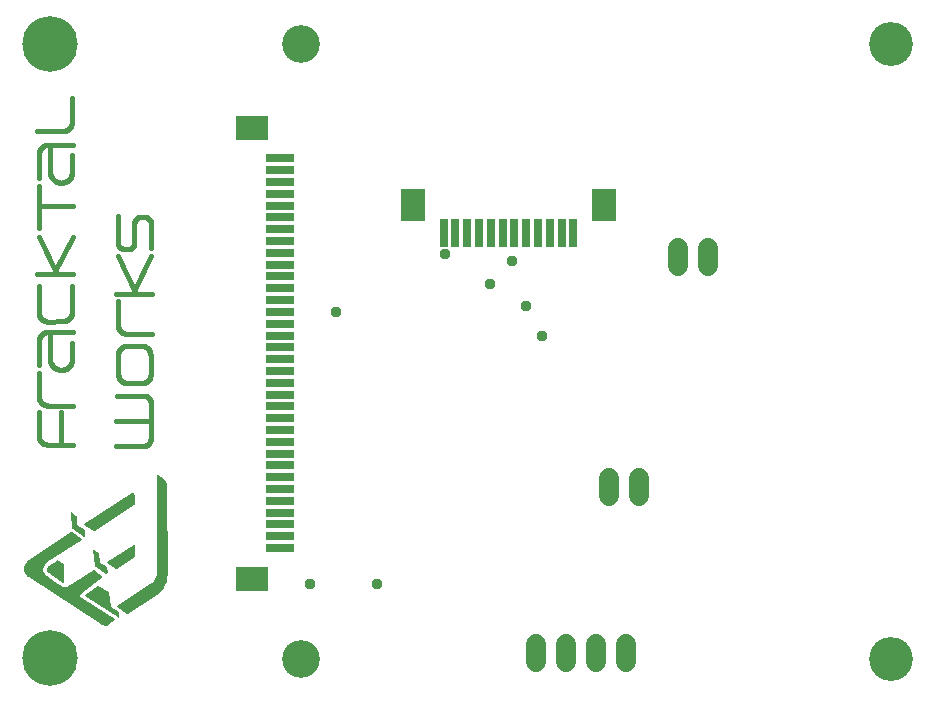
<source format=gbr>
G04 EAGLE Gerber RS-274X export*
G75*
%MOMM*%
%FSLAX34Y34*%
%LPD*%
%INSoldermask Top*%
%IPPOS*%
%AMOC8*
5,1,8,0,0,1.08239X$1,22.5*%
G01*
%ADD10C,4.703294*%
%ADD11C,3.712694*%
%ADD12C,3.203194*%
%ADD13R,2.403200X0.803200*%
%ADD14R,2.803200X2.003200*%
%ADD15C,0.406400*%
%ADD16C,1.727200*%
%ADD17R,0.803200X2.403200*%
%ADD18R,2.003200X2.803200*%
%ADD19C,0.959600*%

G36*
X209193Y167843D02*
X209193Y167843D01*
X209226Y167854D01*
X209277Y167859D01*
X210411Y168208D01*
X210441Y168225D01*
X210490Y168242D01*
X211518Y168835D01*
X211532Y168847D01*
X211554Y168858D01*
X216380Y172414D01*
X216402Y172440D01*
X216430Y172459D01*
X216457Y172505D01*
X216492Y172546D01*
X216500Y172579D01*
X216518Y172609D01*
X216521Y172662D01*
X216534Y172714D01*
X216527Y172747D01*
X216529Y172782D01*
X216509Y172831D01*
X216498Y172883D01*
X216476Y172910D01*
X216463Y172942D01*
X216414Y172988D01*
X216389Y173019D01*
X216374Y173026D01*
X216358Y173041D01*
X187930Y191062D01*
X187465Y191449D01*
X187124Y191921D01*
X186910Y192462D01*
X186838Y193040D01*
X186910Y193618D01*
X187124Y194159D01*
X187465Y194631D01*
X187941Y195027D01*
X206474Y208736D01*
X206490Y208755D01*
X206510Y208767D01*
X206545Y208820D01*
X206586Y208868D01*
X206592Y208892D01*
X206605Y208912D01*
X206613Y208975D01*
X206628Y209036D01*
X206623Y209060D01*
X206626Y209084D01*
X206605Y209144D01*
X206591Y209206D01*
X206576Y209225D01*
X206568Y209247D01*
X206505Y209313D01*
X206483Y209341D01*
X206475Y209345D01*
X206468Y209352D01*
X198594Y214940D01*
X198535Y214964D01*
X198480Y214995D01*
X198456Y214997D01*
X198434Y215006D01*
X198370Y215001D01*
X198307Y215004D01*
X198282Y214995D01*
X198261Y214993D01*
X198228Y214974D01*
X198172Y214952D01*
X175571Y200731D01*
X175011Y200406D01*
X174428Y200225D01*
X173818Y200178D01*
X173214Y200268D01*
X172632Y200495D01*
X165363Y204738D01*
X158483Y209592D01*
X157467Y210543D01*
X156656Y211662D01*
X156072Y212915D01*
X155736Y214255D01*
X155661Y215635D01*
X155848Y217004D01*
X156292Y218312D01*
X156976Y219513D01*
X157876Y220562D01*
X158973Y221433D01*
X187913Y240219D01*
X187939Y240246D01*
X187971Y240265D01*
X187998Y240308D01*
X188033Y240344D01*
X188044Y240380D01*
X188064Y240411D01*
X188070Y240461D01*
X188085Y240509D01*
X188079Y240546D01*
X188084Y240583D01*
X188066Y240631D01*
X188059Y240680D01*
X188037Y240711D01*
X188024Y240746D01*
X187981Y240791D01*
X187959Y240822D01*
X187941Y240832D01*
X187923Y240850D01*
X179541Y246692D01*
X179480Y246716D01*
X179422Y246747D01*
X179400Y246748D01*
X179380Y246756D01*
X179315Y246751D01*
X179249Y246753D01*
X179226Y246744D01*
X179208Y246742D01*
X179175Y246722D01*
X179115Y246697D01*
X143301Y223075D01*
X143294Y223069D01*
X143284Y223064D01*
X141966Y222091D01*
X141945Y222067D01*
X141909Y222039D01*
X140814Y220820D01*
X140799Y220792D01*
X140768Y220758D01*
X139943Y219342D01*
X139934Y219311D01*
X139911Y219272D01*
X139390Y217719D01*
X139387Y217687D01*
X139372Y217643D01*
X139176Y216017D01*
X139179Y215985D01*
X139174Y215939D01*
X139311Y214307D01*
X139321Y214276D01*
X139325Y214231D01*
X139789Y212659D01*
X139805Y212631D01*
X139818Y212588D01*
X140590Y211142D01*
X140612Y211118D01*
X140634Y211078D01*
X141682Y209819D01*
X141708Y209800D01*
X141737Y209765D01*
X143019Y208745D01*
X143034Y208737D01*
X143050Y208722D01*
X204514Y169101D01*
X205489Y168434D01*
X205521Y168422D01*
X205564Y168394D01*
X206669Y167959D01*
X206703Y167954D01*
X206751Y167937D01*
X207924Y167759D01*
X207959Y167762D01*
X208010Y167756D01*
X209193Y167843D01*
G37*
G36*
X226833Y177683D02*
X226833Y177683D01*
X226897Y177681D01*
X226922Y177692D01*
X226943Y177694D01*
X226975Y177713D01*
X227031Y177736D01*
X251415Y193738D01*
X251420Y193744D01*
X251430Y193748D01*
X253706Y195403D01*
X253721Y195421D01*
X253748Y195439D01*
X255760Y197406D01*
X255773Y197426D01*
X255797Y197447D01*
X255910Y197596D01*
X255911Y197596D01*
X255911Y197597D01*
X256200Y197977D01*
X256490Y198357D01*
X256780Y198737D01*
X257070Y199117D01*
X257070Y199118D01*
X257360Y199498D01*
X257502Y199685D01*
X257512Y199707D01*
X257532Y199731D01*
X258896Y202193D01*
X258902Y202216D01*
X258919Y202243D01*
X259911Y204876D01*
X259914Y204900D01*
X259927Y204929D01*
X260527Y207678D01*
X260526Y207702D01*
X260534Y207733D01*
X260729Y210540D01*
X260727Y210552D01*
X260730Y210567D01*
X260476Y285497D01*
X260476Y285498D01*
X260476Y285499D01*
X260466Y286858D01*
X260458Y286892D01*
X260456Y286941D01*
X260151Y288266D01*
X260136Y288296D01*
X260123Y288345D01*
X259537Y289571D01*
X259515Y289598D01*
X259493Y289642D01*
X258653Y290711D01*
X258627Y290733D01*
X258595Y290771D01*
X257543Y291632D01*
X257526Y291640D01*
X257509Y291657D01*
X252429Y294959D01*
X252361Y294983D01*
X252294Y295013D01*
X252280Y295013D01*
X252266Y295018D01*
X252194Y295009D01*
X252121Y295007D01*
X252109Y295000D01*
X252094Y294998D01*
X252033Y294959D01*
X251969Y294924D01*
X251961Y294912D01*
X251949Y294904D01*
X251911Y294842D01*
X251869Y294782D01*
X251866Y294767D01*
X251860Y294755D01*
X251857Y294717D01*
X251842Y294640D01*
X251842Y212873D01*
X251615Y210873D01*
X251075Y208941D01*
X250237Y207120D01*
X249120Y205455D01*
X247753Y203988D01*
X246158Y202747D01*
X217977Y184214D01*
X217950Y184186D01*
X217917Y184165D01*
X217892Y184124D01*
X217858Y184088D01*
X217846Y184051D01*
X217826Y184018D01*
X217821Y183969D01*
X217807Y183922D01*
X217813Y183884D01*
X217809Y183846D01*
X217827Y183800D01*
X217834Y183751D01*
X217857Y183720D01*
X217871Y183684D01*
X217913Y183641D01*
X217935Y183610D01*
X217954Y183600D01*
X217973Y183581D01*
X226609Y177739D01*
X226668Y177717D01*
X226723Y177687D01*
X226748Y177686D01*
X226771Y177677D01*
X226833Y177683D01*
G37*
G36*
X198899Y247533D02*
X198899Y247533D01*
X198957Y247531D01*
X198988Y247544D01*
X199013Y247547D01*
X199043Y247566D01*
X199091Y247587D01*
X232619Y269685D01*
X232638Y269705D01*
X232663Y269718D01*
X232697Y269767D01*
X232738Y269810D01*
X232747Y269837D01*
X232763Y269860D01*
X232778Y269939D01*
X232789Y269976D01*
X232787Y269988D01*
X232790Y270002D01*
X232790Y278638D01*
X232782Y278673D01*
X232779Y278729D01*
X232698Y279060D01*
X232683Y279088D01*
X232645Y279180D01*
X232456Y279463D01*
X232432Y279485D01*
X232366Y279558D01*
X232092Y279760D01*
X232062Y279773D01*
X231975Y279819D01*
X231648Y279916D01*
X231616Y279918D01*
X231518Y279932D01*
X231178Y279913D01*
X231147Y279904D01*
X231051Y279883D01*
X230737Y279750D01*
X230715Y279733D01*
X230679Y279719D01*
X190293Y253557D01*
X190262Y253524D01*
X190224Y253500D01*
X190203Y253463D01*
X190173Y253432D01*
X190159Y253389D01*
X190137Y253350D01*
X190134Y253308D01*
X190121Y253267D01*
X190128Y253222D01*
X190125Y253177D01*
X190141Y253138D01*
X190147Y253096D01*
X190173Y253059D01*
X190191Y253017D01*
X190227Y252982D01*
X190232Y252975D01*
X190233Y252975D01*
X190247Y252954D01*
X190270Y252942D01*
X190296Y252917D01*
X198678Y247583D01*
X198733Y247564D01*
X198784Y247537D01*
X198814Y247536D01*
X198841Y247526D01*
X198899Y247533D01*
G37*
G36*
X219185Y174639D02*
X219185Y174639D01*
X219206Y174639D01*
X219291Y174674D01*
X219379Y174703D01*
X219395Y174716D01*
X219413Y174724D01*
X219482Y174786D01*
X219554Y174844D01*
X219564Y174861D01*
X219579Y174875D01*
X219621Y174957D01*
X219669Y175037D01*
X219672Y175057D01*
X219682Y175075D01*
X219707Y175247D01*
X219709Y175258D01*
X219709Y175259D01*
X219709Y175260D01*
X219709Y178943D01*
X219709Y178945D01*
X219709Y178947D01*
X219689Y179056D01*
X219670Y179164D01*
X219669Y179166D01*
X219668Y179167D01*
X219612Y179261D01*
X219555Y179357D01*
X219554Y179358D01*
X219553Y179360D01*
X219410Y179481D01*
X212937Y183512D01*
X211450Y195910D01*
X211426Y195988D01*
X211409Y196068D01*
X211393Y196094D01*
X211384Y196124D01*
X211334Y196189D01*
X211291Y196259D01*
X211264Y196281D01*
X211248Y196302D01*
X211207Y196328D01*
X211146Y196378D01*
X202256Y201712D01*
X202203Y201732D01*
X202155Y201761D01*
X202099Y201771D01*
X202047Y201791D01*
X201990Y201792D01*
X201934Y201802D01*
X201879Y201793D01*
X201822Y201793D01*
X201769Y201774D01*
X201713Y201764D01*
X201654Y201732D01*
X201611Y201716D01*
X201587Y201695D01*
X201549Y201675D01*
X190754Y193547D01*
X190708Y193498D01*
X190656Y193456D01*
X190632Y193416D01*
X190601Y193382D01*
X190576Y193321D01*
X190541Y193263D01*
X190533Y193218D01*
X190515Y193175D01*
X190513Y193108D01*
X190501Y193042D01*
X190509Y192997D01*
X190507Y192951D01*
X190528Y192887D01*
X190540Y192821D01*
X190563Y192781D01*
X190578Y192738D01*
X190619Y192685D01*
X190653Y192628D01*
X190694Y192593D01*
X190718Y192562D01*
X190752Y192542D01*
X190795Y192505D01*
X218735Y174725D01*
X218753Y174717D01*
X218769Y174705D01*
X218856Y174675D01*
X218942Y174640D01*
X218962Y174639D01*
X218981Y174633D01*
X219074Y174635D01*
X219166Y174632D01*
X219185Y174639D01*
G37*
G36*
X217440Y215783D02*
X217440Y215783D01*
X217498Y215781D01*
X217529Y215793D01*
X217553Y215796D01*
X217583Y215816D01*
X217633Y215836D01*
X233127Y225996D01*
X233146Y226017D01*
X233171Y226030D01*
X233205Y226079D01*
X233246Y226122D01*
X233254Y226149D01*
X233271Y226172D01*
X233286Y226250D01*
X233297Y226287D01*
X233295Y226299D01*
X233298Y226314D01*
X233298Y235712D01*
X233283Y235779D01*
X233273Y235847D01*
X233263Y235862D01*
X233259Y235881D01*
X233215Y235934D01*
X233177Y235991D01*
X233160Y236000D01*
X233149Y236014D01*
X233086Y236043D01*
X233026Y236077D01*
X233008Y236078D01*
X232990Y236085D01*
X232922Y236083D01*
X232853Y236087D01*
X232834Y236079D01*
X232817Y236079D01*
X232783Y236060D01*
X232718Y236035D01*
X209350Y221557D01*
X209316Y221523D01*
X209276Y221497D01*
X209255Y221463D01*
X209227Y221435D01*
X209212Y221389D01*
X209187Y221348D01*
X209184Y221308D01*
X209172Y221271D01*
X209178Y221223D01*
X209174Y221175D01*
X209189Y221138D01*
X209195Y221099D01*
X209221Y221059D01*
X209239Y221015D01*
X209273Y220982D01*
X209291Y220955D01*
X209316Y220941D01*
X209344Y220914D01*
X217218Y215834D01*
X217273Y215815D01*
X217325Y215787D01*
X217354Y215786D01*
X217381Y215776D01*
X217440Y215783D01*
G37*
G36*
X172431Y203975D02*
X172431Y203975D01*
X172464Y203975D01*
X172538Y204005D01*
X172615Y204026D01*
X172642Y204046D01*
X172673Y204058D01*
X172732Y204111D01*
X172797Y204158D01*
X172815Y204186D01*
X172840Y204208D01*
X172877Y204278D01*
X172921Y204345D01*
X172929Y204377D01*
X172944Y204406D01*
X172961Y204517D01*
X172972Y204563D01*
X172971Y204576D01*
X172973Y204592D01*
X173100Y219197D01*
X173099Y219204D01*
X173100Y219212D01*
X173088Y219276D01*
X173087Y219315D01*
X173075Y219343D01*
X173062Y219418D01*
X173059Y219424D01*
X173057Y219432D01*
X173004Y219519D01*
X173002Y219523D01*
X173000Y219526D01*
X172950Y219612D01*
X172944Y219617D01*
X172940Y219623D01*
X172796Y219744D01*
X167589Y222919D01*
X167546Y222935D01*
X167507Y222961D01*
X167442Y222976D01*
X167380Y223000D01*
X167333Y223000D01*
X167288Y223011D01*
X167222Y223002D01*
X167156Y223003D01*
X167112Y222987D01*
X167066Y222981D01*
X166991Y222944D01*
X166944Y222928D01*
X166926Y222912D01*
X166897Y222898D01*
X160674Y218580D01*
X160651Y218557D01*
X160614Y218533D01*
X160017Y218002D01*
X159987Y217962D01*
X159916Y217887D01*
X159463Y217229D01*
X159443Y217183D01*
X159393Y217094D01*
X159110Y216346D01*
X159101Y216297D01*
X159074Y216198D01*
X158978Y215405D01*
X158980Y215355D01*
X158978Y215252D01*
X159074Y214459D01*
X159088Y214411D01*
X159110Y214311D01*
X159393Y213563D01*
X159418Y213520D01*
X159463Y213428D01*
X159916Y212770D01*
X159952Y212734D01*
X160017Y212655D01*
X160614Y212124D01*
X160640Y212108D01*
X160670Y212080D01*
X171973Y204079D01*
X172002Y204065D01*
X172028Y204044D01*
X172103Y204018D01*
X172176Y203984D01*
X172209Y203981D01*
X172240Y203971D01*
X172320Y203972D01*
X172399Y203966D01*
X172431Y203975D01*
G37*
G36*
X190602Y242713D02*
X190602Y242713D01*
X190647Y242715D01*
X190710Y242742D01*
X190775Y242761D01*
X190812Y242787D01*
X190853Y242805D01*
X190902Y242852D01*
X190957Y242892D01*
X190982Y242930D01*
X191014Y242961D01*
X191044Y243022D01*
X191082Y243079D01*
X191092Y243123D01*
X191111Y243163D01*
X191122Y243249D01*
X191133Y243297D01*
X191131Y243320D01*
X191134Y243349D01*
X191007Y248048D01*
X190992Y248122D01*
X190985Y248198D01*
X190969Y248231D01*
X190961Y248268D01*
X190921Y248332D01*
X190889Y248400D01*
X190859Y248431D01*
X190842Y248458D01*
X190806Y248486D01*
X190758Y248535D01*
X184499Y253321D01*
X183765Y260541D01*
X183757Y260568D01*
X183757Y260587D01*
X183746Y260613D01*
X183740Y260663D01*
X183717Y260708D01*
X183703Y260757D01*
X183666Y260807D01*
X183637Y260863D01*
X183595Y260904D01*
X183570Y260938D01*
X183539Y260958D01*
X183503Y260993D01*
X179947Y263533D01*
X179885Y263562D01*
X179828Y263600D01*
X179784Y263610D01*
X179744Y263629D01*
X179676Y263635D01*
X179609Y263650D01*
X179565Y263645D01*
X179520Y263649D01*
X179455Y263631D01*
X179387Y263622D01*
X179347Y263601D01*
X179304Y263589D01*
X179249Y263549D01*
X179188Y263517D01*
X179158Y263484D01*
X179122Y263458D01*
X179084Y263401D01*
X179038Y263350D01*
X179022Y263309D01*
X178997Y263272D01*
X178981Y263205D01*
X178956Y263142D01*
X178954Y263090D01*
X178945Y263053D01*
X178950Y263013D01*
X178947Y262955D01*
X180217Y250128D01*
X180234Y250066D01*
X180242Y250002D01*
X180265Y249959D01*
X180278Y249912D01*
X180316Y249860D01*
X180346Y249803D01*
X180387Y249763D01*
X180411Y249731D01*
X180443Y249710D01*
X180481Y249673D01*
X190133Y242815D01*
X190173Y242796D01*
X190209Y242769D01*
X190274Y242748D01*
X190336Y242719D01*
X190380Y242716D01*
X190423Y242702D01*
X190491Y242706D01*
X190559Y242701D01*
X190602Y242713D01*
G37*
G36*
X209334Y211463D02*
X209334Y211463D01*
X209374Y211461D01*
X209443Y211482D01*
X209515Y211495D01*
X209550Y211515D01*
X209588Y211527D01*
X209646Y211572D01*
X209709Y211608D01*
X209734Y211639D01*
X209766Y211664D01*
X209805Y211726D01*
X209850Y211782D01*
X209863Y211820D01*
X209885Y211854D01*
X209900Y211926D01*
X209923Y211994D01*
X209923Y212040D01*
X209930Y212074D01*
X209923Y212118D01*
X209924Y212182D01*
X209162Y217389D01*
X209141Y217450D01*
X209130Y217513D01*
X209106Y217555D01*
X209090Y217602D01*
X209050Y217651D01*
X209018Y217707D01*
X208975Y217745D01*
X208949Y217776D01*
X208917Y217796D01*
X208877Y217831D01*
X203793Y221099D01*
X202814Y229058D01*
X202794Y229122D01*
X202784Y229187D01*
X202761Y229228D01*
X202747Y229273D01*
X202707Y229325D01*
X202675Y229383D01*
X202634Y229420D01*
X202610Y229451D01*
X202577Y229472D01*
X202536Y229509D01*
X198726Y232049D01*
X198663Y232076D01*
X198604Y232112D01*
X198561Y232121D01*
X198520Y232138D01*
X198451Y232142D01*
X198384Y232155D01*
X198340Y232148D01*
X198296Y232150D01*
X198230Y232130D01*
X198163Y232119D01*
X198124Y232097D01*
X198082Y232084D01*
X198027Y232042D01*
X197968Y232008D01*
X197939Y231974D01*
X197904Y231947D01*
X197868Y231889D01*
X197824Y231836D01*
X197809Y231794D01*
X197785Y231757D01*
X197771Y231689D01*
X197748Y231625D01*
X197747Y231574D01*
X197740Y231537D01*
X197746Y231496D01*
X197745Y231437D01*
X199523Y218102D01*
X199543Y218042D01*
X199552Y217980D01*
X199577Y217936D01*
X199592Y217889D01*
X199631Y217839D01*
X199661Y217784D01*
X199705Y217745D01*
X199730Y217712D01*
X199762Y217693D01*
X199800Y217658D01*
X208944Y211562D01*
X209011Y211533D01*
X209073Y211496D01*
X209113Y211489D01*
X209150Y211473D01*
X209222Y211469D01*
X209294Y211456D01*
X209334Y211463D01*
G37*
D10*
X161290Y659892D03*
X161290Y139954D03*
D11*
X873633Y139827D03*
X873506Y659943D03*
D12*
X373634Y659892D03*
X373634Y139827D03*
D13*
X356280Y523400D03*
X356280Y533400D03*
X356280Y513400D03*
X356280Y543400D03*
D14*
X332280Y207400D03*
X332280Y589400D03*
D13*
X356280Y553400D03*
X356280Y563400D03*
X356280Y503400D03*
X356280Y493400D03*
X356280Y483400D03*
X356280Y473400D03*
X356280Y463400D03*
X356280Y453400D03*
X356280Y443400D03*
X356280Y433400D03*
X356280Y423400D03*
X356280Y413400D03*
X356280Y403400D03*
X356280Y393400D03*
X356280Y383400D03*
X356280Y373400D03*
X356280Y363400D03*
X356280Y353400D03*
X356280Y343400D03*
X356280Y333400D03*
X356280Y323400D03*
X356280Y313400D03*
X356280Y303400D03*
X356280Y293400D03*
X356280Y283400D03*
X356280Y273400D03*
X356280Y263400D03*
X356280Y253400D03*
X356280Y243400D03*
X356280Y233400D03*
D15*
X151638Y329438D02*
X151892Y348996D01*
X151638Y329438D02*
X151638Y328676D01*
X151640Y328492D01*
X151647Y328308D01*
X151658Y328124D01*
X151674Y327941D01*
X151694Y327758D01*
X151718Y327575D01*
X151747Y327393D01*
X151780Y327212D01*
X151818Y327032D01*
X151859Y326852D01*
X151906Y326674D01*
X151956Y326497D01*
X152011Y326321D01*
X152070Y326147D01*
X152133Y325974D01*
X152201Y325803D01*
X152272Y325633D01*
X152348Y325465D01*
X152427Y325299D01*
X152511Y325135D01*
X152598Y324973D01*
X152690Y324813D01*
X152785Y324655D01*
X152884Y324500D01*
X152987Y324347D01*
X153093Y324197D01*
X153203Y324049D01*
X153317Y323904D01*
X153434Y323762D01*
X153554Y323623D01*
X153678Y323487D01*
X153805Y323353D01*
X153935Y323223D01*
X154069Y323096D01*
X154205Y322972D01*
X154344Y322852D01*
X154486Y322735D01*
X154631Y322621D01*
X154779Y322511D01*
X154929Y322405D01*
X155082Y322302D01*
X155237Y322203D01*
X155395Y322108D01*
X155555Y322016D01*
X155717Y321929D01*
X155881Y321845D01*
X156047Y321766D01*
X156215Y321690D01*
X156385Y321619D01*
X156556Y321551D01*
X156729Y321488D01*
X156903Y321429D01*
X157079Y321374D01*
X157256Y321324D01*
X157434Y321277D01*
X157614Y321236D01*
X157794Y321198D01*
X157975Y321165D01*
X158157Y321136D01*
X158340Y321112D01*
X158523Y321092D01*
X158706Y321076D01*
X158890Y321065D01*
X159074Y321058D01*
X159258Y321056D01*
X180594Y321056D01*
X170180Y323342D02*
X170180Y348996D01*
X151638Y362204D02*
X151638Y381762D01*
X151638Y362204D02*
X151640Y362007D01*
X151648Y361809D01*
X151660Y361613D01*
X151676Y361416D01*
X151698Y361220D01*
X151724Y361024D01*
X151755Y360829D01*
X151791Y360635D01*
X151831Y360442D01*
X151876Y360250D01*
X151926Y360059D01*
X151980Y359869D01*
X152039Y359681D01*
X152103Y359494D01*
X152171Y359309D01*
X152243Y359125D01*
X152320Y358944D01*
X152401Y358764D01*
X152487Y358586D01*
X152577Y358410D01*
X152671Y358237D01*
X152770Y358066D01*
X152872Y357897D01*
X152979Y357731D01*
X153089Y357568D01*
X153204Y357407D01*
X153322Y357249D01*
X153444Y357094D01*
X153570Y356942D01*
X153699Y356793D01*
X153832Y356648D01*
X153969Y356505D01*
X154109Y356366D01*
X154252Y356230D01*
X154399Y356098D01*
X154549Y355970D01*
X154701Y355845D01*
X154857Y355724D01*
X155016Y355606D01*
X155177Y355493D01*
X155341Y355384D01*
X155508Y355278D01*
X155678Y355177D01*
X155849Y355080D01*
X156023Y354987D01*
X156200Y354898D01*
X156378Y354813D01*
X156558Y354733D01*
X156740Y354657D01*
X156924Y354586D01*
X157110Y354519D01*
X157297Y354457D01*
X157486Y354399D01*
X157676Y354346D01*
X157867Y354298D01*
X158060Y354254D01*
X158253Y354215D01*
X158447Y354180D01*
X158643Y354151D01*
X158838Y354126D01*
X159035Y354105D01*
X159231Y354090D01*
X159428Y354079D01*
X159626Y354073D01*
X159823Y354072D01*
X160020Y354076D01*
X180594Y353822D01*
X151892Y388112D02*
X151892Y408432D01*
X151894Y408631D01*
X151902Y408829D01*
X151914Y409027D01*
X151931Y409225D01*
X151953Y409423D01*
X151979Y409620D01*
X152011Y409816D01*
X152047Y410011D01*
X152088Y410206D01*
X152133Y410399D01*
X152184Y410591D01*
X152239Y410782D01*
X152299Y410971D01*
X152363Y411159D01*
X152432Y411346D01*
X152505Y411530D01*
X152583Y411713D01*
X152666Y411894D01*
X152752Y412072D01*
X152843Y412249D01*
X152939Y412423D01*
X153038Y412595D01*
X153142Y412765D01*
X153250Y412931D01*
X153362Y413095D01*
X153478Y413257D01*
X153598Y413415D01*
X153721Y413571D01*
X153849Y413723D01*
X153980Y413872D01*
X154115Y414018D01*
X154253Y414161D01*
X154394Y414300D01*
X154540Y414436D01*
X154688Y414568D01*
X154839Y414697D01*
X154994Y414822D01*
X155151Y414943D01*
X155312Y415060D01*
X155475Y415173D01*
X155641Y415282D01*
X155810Y415387D01*
X155981Y415488D01*
X156155Y415584D01*
X156330Y415677D01*
X156509Y415765D01*
X156689Y415849D01*
X156871Y415928D01*
X157055Y416003D01*
X157241Y416073D01*
X157428Y416139D01*
X157617Y416200D01*
X157808Y416256D01*
X157999Y416308D01*
X158192Y416355D01*
X158387Y416397D01*
X158582Y416435D01*
X158777Y416468D01*
X158974Y416496D01*
X159171Y416519D01*
X159369Y416538D01*
X159567Y416551D01*
X159766Y416560D01*
X180848Y416306D01*
X179832Y407416D02*
X179832Y393192D01*
X179829Y392977D01*
X179822Y392761D01*
X179809Y392546D01*
X179790Y392331D01*
X179767Y392117D01*
X179738Y391904D01*
X179704Y391691D01*
X179665Y391479D01*
X179621Y391268D01*
X179572Y391058D01*
X179518Y390850D01*
X179459Y390643D01*
X179395Y390437D01*
X179325Y390233D01*
X179251Y390031D01*
X179172Y389830D01*
X179088Y389632D01*
X179000Y389435D01*
X178906Y389241D01*
X178808Y389049D01*
X178706Y388860D01*
X178598Y388673D01*
X178487Y388489D01*
X178370Y388307D01*
X178250Y388129D01*
X178125Y387953D01*
X177996Y387780D01*
X177863Y387611D01*
X177726Y387445D01*
X177585Y387282D01*
X177439Y387123D01*
X177290Y386967D01*
X177138Y386815D01*
X176982Y386667D01*
X176822Y386522D01*
X176658Y386382D01*
X176492Y386245D01*
X176322Y386113D01*
X176149Y385984D01*
X175973Y385860D01*
X175794Y385740D01*
X175612Y385625D01*
X175427Y385514D01*
X175240Y385407D01*
X175050Y385306D01*
X174857Y385208D01*
X174663Y385116D01*
X174466Y385028D01*
X174267Y384945D01*
X174067Y384866D01*
X173864Y384793D01*
X173660Y384725D01*
X173454Y384661D01*
X173246Y384603D01*
X173038Y384549D01*
X172828Y384501D01*
X172617Y384458D01*
X172405Y384420D01*
X172192Y384387D01*
X171978Y384359D01*
X171764Y384336D01*
X171549Y384319D01*
X171334Y384307D01*
X171118Y384300D01*
X170903Y384298D01*
X170688Y384302D01*
X170443Y384312D01*
X170199Y384328D01*
X169956Y384349D01*
X169713Y384377D01*
X169471Y384411D01*
X169230Y384450D01*
X168989Y384496D01*
X168750Y384547D01*
X168513Y384604D01*
X168276Y384667D01*
X168042Y384735D01*
X167809Y384809D01*
X167578Y384889D01*
X167349Y384975D01*
X167122Y385066D01*
X166897Y385162D01*
X166675Y385264D01*
X166456Y385372D01*
X166239Y385484D01*
X166025Y385602D01*
X165813Y385726D01*
X165605Y385854D01*
X165400Y385987D01*
X165199Y386125D01*
X165001Y386268D01*
X164806Y386416D01*
X164615Y386569D01*
X164428Y386726D01*
X164245Y386888D01*
X164065Y387054D01*
X163890Y387225D01*
X163719Y387399D01*
X163552Y387578D01*
X163390Y387761D01*
X163232Y387948D01*
X163079Y388138D01*
X162931Y388332D01*
X162787Y388530D01*
X162648Y388731D01*
X162514Y388936D01*
X162385Y389144D01*
X162262Y389354D01*
X162143Y389568D01*
X162030Y389785D01*
X161922Y390004D01*
X161819Y390226D01*
X161722Y390450D01*
X161630Y390677D01*
X161544Y390906D01*
X161544Y414528D01*
X151638Y433070D02*
X151638Y455422D01*
X151638Y433070D02*
X151640Y432877D01*
X151647Y432683D01*
X151659Y432490D01*
X151676Y432298D01*
X151697Y432105D01*
X151723Y431914D01*
X151754Y431723D01*
X151789Y431533D01*
X151829Y431343D01*
X151873Y431155D01*
X151922Y430968D01*
X151976Y430782D01*
X152034Y430598D01*
X152097Y430415D01*
X152164Y430234D01*
X152236Y430054D01*
X152312Y429876D01*
X152392Y429700D01*
X152476Y429526D01*
X152565Y429354D01*
X152658Y429185D01*
X152755Y429018D01*
X152856Y428853D01*
X152962Y428690D01*
X153071Y428531D01*
X153184Y428374D01*
X153300Y428219D01*
X153421Y428068D01*
X153545Y427920D01*
X153673Y427775D01*
X153804Y427633D01*
X153939Y427494D01*
X154077Y427358D01*
X154218Y427226D01*
X154362Y427098D01*
X154510Y426973D01*
X154661Y426851D01*
X154814Y426734D01*
X154971Y426620D01*
X155130Y426510D01*
X155291Y426404D01*
X155456Y426302D01*
X155622Y426204D01*
X155791Y426110D01*
X155963Y426020D01*
X156136Y425935D01*
X156312Y425854D01*
X156489Y425777D01*
X156668Y425704D01*
X156849Y425636D01*
X157032Y425572D01*
X157216Y425513D01*
X157402Y425458D01*
X157588Y425408D01*
X157776Y425363D01*
X157965Y425322D01*
X158155Y425285D01*
X158346Y425254D01*
X158538Y425227D01*
X158730Y425204D01*
X158922Y425187D01*
X159115Y425174D01*
X159308Y425166D01*
X159502Y425162D01*
X159695Y425163D01*
X159889Y425169D01*
X160082Y425180D01*
X160274Y425196D01*
X171704Y425450D01*
X171909Y425457D01*
X172114Y425469D01*
X172319Y425486D01*
X172523Y425508D01*
X172727Y425535D01*
X172929Y425567D01*
X173131Y425603D01*
X173332Y425645D01*
X173532Y425692D01*
X173731Y425743D01*
X173929Y425799D01*
X174125Y425860D01*
X174319Y425925D01*
X174512Y425996D01*
X174703Y426071D01*
X174893Y426150D01*
X175080Y426234D01*
X175265Y426323D01*
X175448Y426416D01*
X175629Y426513D01*
X175807Y426615D01*
X175983Y426721D01*
X176156Y426832D01*
X176326Y426946D01*
X176494Y427065D01*
X176659Y427188D01*
X176820Y427314D01*
X176979Y427445D01*
X177134Y427579D01*
X177286Y427717D01*
X177435Y427859D01*
X177580Y428004D01*
X177721Y428153D01*
X177859Y428305D01*
X177993Y428460D01*
X178124Y428619D01*
X178250Y428780D01*
X178373Y428945D01*
X178491Y429113D01*
X178606Y429283D01*
X178716Y429456D01*
X178822Y429632D01*
X178924Y429810D01*
X179021Y429991D01*
X179114Y430174D01*
X179203Y430359D01*
X179287Y430547D01*
X179366Y430736D01*
X179441Y430927D01*
X179511Y431120D01*
X179577Y431315D01*
X179638Y431511D01*
X179693Y431708D01*
X179745Y431907D01*
X179791Y432107D01*
X179832Y432308D01*
X180086Y455422D01*
X166878Y465074D02*
X150622Y465074D01*
X166878Y465074D02*
X180848Y465074D01*
X166878Y465074D02*
X151638Y497078D01*
X180340Y497078D02*
X165862Y467868D01*
X152146Y504698D02*
X152146Y540258D01*
X151892Y522732D02*
X180594Y522732D01*
X151892Y546608D02*
X151892Y566928D01*
X151894Y567127D01*
X151902Y567325D01*
X151914Y567523D01*
X151931Y567721D01*
X151953Y567919D01*
X151979Y568116D01*
X152011Y568312D01*
X152047Y568507D01*
X152088Y568702D01*
X152133Y568895D01*
X152184Y569087D01*
X152239Y569278D01*
X152299Y569467D01*
X152363Y569655D01*
X152432Y569842D01*
X152505Y570026D01*
X152583Y570209D01*
X152666Y570390D01*
X152752Y570568D01*
X152843Y570745D01*
X152939Y570919D01*
X153038Y571091D01*
X153142Y571261D01*
X153250Y571427D01*
X153362Y571591D01*
X153478Y571753D01*
X153598Y571911D01*
X153721Y572067D01*
X153849Y572219D01*
X153980Y572368D01*
X154115Y572514D01*
X154253Y572657D01*
X154394Y572796D01*
X154540Y572932D01*
X154688Y573064D01*
X154839Y573193D01*
X154994Y573318D01*
X155151Y573439D01*
X155312Y573556D01*
X155475Y573669D01*
X155641Y573778D01*
X155810Y573883D01*
X155981Y573984D01*
X156155Y574080D01*
X156330Y574173D01*
X156509Y574261D01*
X156689Y574345D01*
X156871Y574424D01*
X157055Y574499D01*
X157241Y574569D01*
X157428Y574635D01*
X157617Y574696D01*
X157808Y574752D01*
X157999Y574804D01*
X158192Y574851D01*
X158387Y574893D01*
X158582Y574931D01*
X158777Y574964D01*
X158974Y574992D01*
X159171Y575015D01*
X159369Y575034D01*
X159567Y575047D01*
X159766Y575056D01*
X180848Y574802D01*
X179832Y565912D02*
X179832Y551688D01*
X179829Y551473D01*
X179822Y551257D01*
X179809Y551042D01*
X179790Y550827D01*
X179767Y550613D01*
X179738Y550400D01*
X179704Y550187D01*
X179665Y549975D01*
X179621Y549764D01*
X179572Y549554D01*
X179518Y549346D01*
X179459Y549139D01*
X179395Y548933D01*
X179325Y548729D01*
X179251Y548527D01*
X179172Y548326D01*
X179088Y548128D01*
X179000Y547931D01*
X178906Y547737D01*
X178808Y547545D01*
X178706Y547356D01*
X178598Y547169D01*
X178487Y546985D01*
X178370Y546803D01*
X178250Y546625D01*
X178125Y546449D01*
X177996Y546276D01*
X177863Y546107D01*
X177726Y545941D01*
X177585Y545778D01*
X177439Y545619D01*
X177290Y545463D01*
X177138Y545311D01*
X176982Y545163D01*
X176822Y545018D01*
X176658Y544878D01*
X176492Y544741D01*
X176322Y544609D01*
X176149Y544480D01*
X175973Y544356D01*
X175794Y544236D01*
X175612Y544121D01*
X175427Y544010D01*
X175240Y543903D01*
X175050Y543802D01*
X174857Y543704D01*
X174663Y543612D01*
X174466Y543524D01*
X174267Y543441D01*
X174067Y543362D01*
X173864Y543289D01*
X173660Y543221D01*
X173454Y543157D01*
X173246Y543099D01*
X173038Y543045D01*
X172828Y542997D01*
X172617Y542954D01*
X172405Y542916D01*
X172192Y542883D01*
X171978Y542855D01*
X171764Y542832D01*
X171549Y542815D01*
X171334Y542803D01*
X171118Y542796D01*
X170903Y542794D01*
X170688Y542798D01*
X170443Y542808D01*
X170199Y542824D01*
X169956Y542845D01*
X169713Y542873D01*
X169471Y542907D01*
X169230Y542946D01*
X168989Y542992D01*
X168750Y543043D01*
X168513Y543100D01*
X168276Y543163D01*
X168042Y543231D01*
X167809Y543305D01*
X167578Y543385D01*
X167349Y543471D01*
X167122Y543562D01*
X166897Y543658D01*
X166675Y543760D01*
X166456Y543868D01*
X166239Y543980D01*
X166025Y544098D01*
X165813Y544222D01*
X165605Y544350D01*
X165400Y544483D01*
X165199Y544621D01*
X165001Y544764D01*
X164806Y544912D01*
X164615Y545065D01*
X164428Y545222D01*
X164245Y545384D01*
X164065Y545550D01*
X163890Y545721D01*
X163719Y545895D01*
X163552Y546074D01*
X163390Y546257D01*
X163232Y546444D01*
X163079Y546634D01*
X162931Y546828D01*
X162787Y547026D01*
X162648Y547227D01*
X162514Y547432D01*
X162385Y547640D01*
X162262Y547850D01*
X162143Y548064D01*
X162030Y548281D01*
X161922Y548500D01*
X161819Y548722D01*
X161722Y548946D01*
X161630Y549173D01*
X161544Y549402D01*
X161544Y573024D01*
X171704Y586486D02*
X150368Y586486D01*
X171704Y586486D02*
X171904Y586488D01*
X172105Y586496D01*
X172305Y586508D01*
X172504Y586525D01*
X172704Y586547D01*
X172902Y586574D01*
X173100Y586606D01*
X173297Y586643D01*
X173493Y586684D01*
X173688Y586731D01*
X173882Y586782D01*
X174075Y586838D01*
X174266Y586898D01*
X174455Y586963D01*
X174643Y587033D01*
X174829Y587108D01*
X175013Y587187D01*
X175196Y587270D01*
X175376Y587358D01*
X175554Y587450D01*
X175729Y587547D01*
X175902Y587648D01*
X176073Y587753D01*
X176241Y587862D01*
X176406Y587976D01*
X176569Y588093D01*
X176728Y588214D01*
X176885Y588340D01*
X177038Y588469D01*
X177188Y588601D01*
X177335Y588738D01*
X177479Y588878D01*
X177619Y589021D01*
X177755Y589168D01*
X177888Y589318D01*
X178017Y589472D01*
X178142Y589628D01*
X178263Y589787D01*
X178381Y589950D01*
X178494Y590115D01*
X178604Y590283D01*
X178709Y590454D01*
X178810Y590627D01*
X178906Y590803D01*
X178999Y590980D01*
X179087Y591161D01*
X179170Y591343D01*
X179249Y591527D01*
X179323Y591713D01*
X179393Y591901D01*
X179459Y592090D01*
X179519Y592282D01*
X179575Y592474D01*
X179626Y592668D01*
X179672Y592863D01*
X179714Y593059D01*
X179751Y593256D01*
X179782Y593454D01*
X179809Y593652D01*
X179832Y593852D01*
X180086Y614680D01*
X217170Y319786D02*
X239776Y319786D01*
X239943Y319788D01*
X240110Y319794D01*
X240277Y319804D01*
X240443Y319819D01*
X240610Y319837D01*
X240775Y319859D01*
X240940Y319885D01*
X241105Y319916D01*
X241268Y319950D01*
X241431Y319988D01*
X241592Y320031D01*
X241753Y320077D01*
X241912Y320127D01*
X242071Y320181D01*
X242227Y320239D01*
X242383Y320300D01*
X242537Y320366D01*
X242689Y320435D01*
X242839Y320508D01*
X242988Y320584D01*
X243135Y320664D01*
X243279Y320747D01*
X243422Y320835D01*
X243562Y320925D01*
X243701Y321019D01*
X243837Y321116D01*
X243970Y321217D01*
X244101Y321320D01*
X244230Y321427D01*
X244355Y321537D01*
X244479Y321650D01*
X244599Y321766D01*
X244716Y321885D01*
X244831Y322007D01*
X244942Y322131D01*
X245051Y322258D01*
X245156Y322388D01*
X245258Y322520D01*
X245357Y322655D01*
X245453Y322792D01*
X245545Y322932D01*
X245634Y323073D01*
X245719Y323217D01*
X245801Y323363D01*
X245879Y323510D01*
X245954Y323660D01*
X246025Y323811D01*
X246092Y323964D01*
X246156Y324119D01*
X246215Y324275D01*
X246271Y324432D01*
X246323Y324591D01*
X246371Y324751D01*
X246416Y324912D01*
X246456Y325074D01*
X246492Y325237D01*
X246525Y325401D01*
X246553Y325566D01*
X246577Y325731D01*
X246598Y325897D01*
X246614Y326064D01*
X246626Y326230D01*
X246634Y326397D01*
X246638Y326564D01*
X246639Y326731D01*
X246634Y326898D01*
X246634Y356362D01*
X246632Y356513D01*
X246626Y356665D01*
X246616Y356816D01*
X246603Y356967D01*
X246585Y357117D01*
X246564Y357267D01*
X246538Y357417D01*
X246509Y357565D01*
X246476Y357713D01*
X246439Y357860D01*
X246399Y358006D01*
X246354Y358151D01*
X246306Y358295D01*
X246254Y358437D01*
X246199Y358578D01*
X246140Y358718D01*
X246077Y358855D01*
X246011Y358992D01*
X245941Y359126D01*
X245868Y359259D01*
X245792Y359390D01*
X245712Y359518D01*
X245628Y359645D01*
X245542Y359769D01*
X245452Y359891D01*
X245360Y360011D01*
X245264Y360129D01*
X245165Y360243D01*
X245063Y360356D01*
X244958Y360465D01*
X244851Y360572D01*
X244741Y360676D01*
X244628Y360777D01*
X244513Y360875D01*
X244395Y360970D01*
X244275Y361063D01*
X244152Y361152D01*
X244027Y361237D01*
X243900Y361320D01*
X243771Y361399D01*
X243640Y361475D01*
X243506Y361547D01*
X243372Y361616D01*
X243235Y361681D01*
X243097Y361743D01*
X242957Y361802D01*
X242816Y361856D01*
X242673Y361907D01*
X242529Y361955D01*
X242384Y361998D01*
X242238Y362038D01*
X242090Y362074D01*
X241942Y362106D01*
X241794Y362134D01*
X241644Y362159D01*
X241494Y362179D01*
X241343Y362196D01*
X241192Y362209D01*
X241041Y362218D01*
X240890Y362223D01*
X240738Y362224D01*
X240587Y362221D01*
X240435Y362214D01*
X240284Y362204D01*
X217932Y362204D01*
X217424Y340868D02*
X246380Y340868D01*
X227838Y373126D02*
X225298Y373126D01*
X227838Y373126D02*
X239014Y373126D01*
X239188Y373122D01*
X239361Y373123D01*
X239534Y373127D01*
X239707Y373136D01*
X239879Y373149D01*
X240051Y373166D01*
X240223Y373187D01*
X240394Y373213D01*
X240565Y373243D01*
X240735Y373276D01*
X240904Y373314D01*
X241072Y373356D01*
X241238Y373402D01*
X241404Y373453D01*
X241569Y373507D01*
X241732Y373565D01*
X241893Y373627D01*
X242053Y373693D01*
X242212Y373763D01*
X242368Y373836D01*
X242523Y373914D01*
X242676Y373995D01*
X242827Y374080D01*
X242976Y374168D01*
X243122Y374261D01*
X243267Y374356D01*
X243408Y374455D01*
X243548Y374558D01*
X243685Y374664D01*
X243819Y374773D01*
X243951Y374886D01*
X244080Y375001D01*
X244206Y375120D01*
X244329Y375242D01*
X244449Y375366D01*
X244566Y375494D01*
X244680Y375624D01*
X244790Y375757D01*
X244898Y375893D01*
X245002Y376032D01*
X245102Y376172D01*
X245199Y376316D01*
X245293Y376461D01*
X245383Y376609D01*
X245470Y376759D01*
X245553Y376911D01*
X245632Y377065D01*
X245707Y377221D01*
X245779Y377378D01*
X245846Y377538D01*
X245910Y377699D01*
X245970Y377861D01*
X246026Y378025D01*
X246078Y378190D01*
X246126Y378356D01*
X246170Y378524D01*
X246209Y378692D01*
X246245Y378862D01*
X246276Y379032D01*
X246304Y379203D01*
X246327Y379374D01*
X246346Y379546D01*
X246361Y379719D01*
X246371Y379892D01*
X246378Y380065D01*
X246380Y380238D01*
X246380Y396494D01*
X246378Y396696D01*
X246370Y396899D01*
X246358Y397101D01*
X246341Y397302D01*
X246318Y397503D01*
X246291Y397704D01*
X246259Y397904D01*
X246223Y398103D01*
X246181Y398301D01*
X246135Y398498D01*
X246083Y398693D01*
X246027Y398888D01*
X245967Y399081D01*
X245901Y399272D01*
X245831Y399462D01*
X245757Y399650D01*
X245678Y399836D01*
X245594Y400021D01*
X245506Y400203D01*
X245413Y400383D01*
X245316Y400560D01*
X245215Y400736D01*
X245110Y400908D01*
X245000Y401078D01*
X244886Y401246D01*
X244768Y401410D01*
X244647Y401572D01*
X244521Y401730D01*
X244391Y401886D01*
X244258Y402038D01*
X244121Y402187D01*
X243981Y402333D01*
X243837Y402475D01*
X243689Y402614D01*
X243538Y402748D01*
X243384Y402880D01*
X243227Y403007D01*
X243067Y403131D01*
X242904Y403250D01*
X242738Y403366D01*
X242569Y403478D01*
X242397Y403585D01*
X242223Y403688D01*
X242047Y403787D01*
X241868Y403882D01*
X241687Y403972D01*
X241504Y404058D01*
X241318Y404139D01*
X241131Y404216D01*
X240942Y404288D01*
X240751Y404355D01*
X240559Y404418D01*
X240365Y404476D01*
X240170Y404530D01*
X239973Y404578D01*
X239776Y404622D01*
X226314Y404622D01*
X226131Y404620D01*
X225949Y404613D01*
X225766Y404602D01*
X225584Y404586D01*
X225403Y404566D01*
X225222Y404541D01*
X225041Y404512D01*
X224862Y404479D01*
X224683Y404441D01*
X224505Y404399D01*
X224329Y404352D01*
X224153Y404302D01*
X223979Y404246D01*
X223806Y404187D01*
X223635Y404123D01*
X223465Y404056D01*
X223297Y403984D01*
X223131Y403908D01*
X222967Y403828D01*
X222805Y403743D01*
X222645Y403655D01*
X222487Y403563D01*
X222331Y403468D01*
X222178Y403368D01*
X222028Y403265D01*
X221879Y403158D01*
X221734Y403047D01*
X221591Y402933D01*
X221452Y402815D01*
X221315Y402694D01*
X221181Y402570D01*
X221050Y402443D01*
X220922Y402312D01*
X220798Y402178D01*
X220677Y402041D01*
X220559Y401902D01*
X220445Y401759D01*
X220334Y401614D01*
X220227Y401466D01*
X220124Y401315D01*
X220024Y401162D01*
X219928Y401006D01*
X219836Y400849D01*
X219748Y400689D01*
X219664Y400526D01*
X219584Y400362D01*
X219507Y400196D01*
X219435Y400028D01*
X219367Y399859D01*
X219304Y399688D01*
X219244Y399515D01*
X219189Y399341D01*
X219138Y399165D01*
X219091Y398989D01*
X219049Y398811D01*
X219011Y398632D01*
X218977Y398453D01*
X218948Y398272D01*
X218948Y393700D01*
X218948Y381254D01*
X218948Y381000D02*
X218948Y393700D01*
X218948Y381000D02*
X218950Y380806D01*
X218958Y380611D01*
X218969Y380417D01*
X218986Y380223D01*
X219008Y380030D01*
X219034Y379837D01*
X219065Y379645D01*
X219100Y379454D01*
X219140Y379264D01*
X219185Y379075D01*
X219235Y378886D01*
X219289Y378700D01*
X219348Y378514D01*
X219411Y378330D01*
X219478Y378148D01*
X219551Y377967D01*
X219627Y377789D01*
X219708Y377612D01*
X219793Y377437D01*
X219883Y377264D01*
X219977Y377094D01*
X220074Y376926D01*
X220176Y376760D01*
X220282Y376597D01*
X220392Y376437D01*
X220506Y376279D01*
X220624Y376124D01*
X220745Y375972D01*
X220870Y375823D01*
X220999Y375677D01*
X221131Y375535D01*
X221267Y375396D01*
X221406Y375260D01*
X221548Y375127D01*
X221694Y374998D01*
X221843Y374873D01*
X221994Y374751D01*
X222149Y374633D01*
X222307Y374519D01*
X222467Y374409D01*
X222630Y374303D01*
X222795Y374201D01*
X222963Y374103D01*
X223134Y374009D01*
X223306Y373919D01*
X223481Y373833D01*
X223657Y373752D01*
X223836Y373675D01*
X224017Y373603D01*
X224199Y373535D01*
X224383Y373471D01*
X224568Y373412D01*
X224755Y373358D01*
X224943Y373308D01*
X225132Y373263D01*
X225322Y373222D01*
X225513Y373187D01*
X225705Y373155D01*
X225898Y373129D01*
X226091Y373107D01*
X226285Y373090D01*
X226479Y373078D01*
X226673Y373071D01*
X226868Y373068D01*
X227062Y373070D01*
X227257Y373077D01*
X227451Y373089D01*
X227645Y373105D01*
X227838Y373126D01*
X218440Y423164D02*
X218440Y442976D01*
X218440Y423164D02*
X218442Y422960D01*
X218450Y422757D01*
X218462Y422553D01*
X218479Y422351D01*
X218502Y422148D01*
X218529Y421946D01*
X218560Y421745D01*
X218597Y421545D01*
X218639Y421345D01*
X218685Y421147D01*
X218736Y420950D01*
X218792Y420754D01*
X218853Y420560D01*
X218918Y420367D01*
X218988Y420175D01*
X219063Y419986D01*
X219142Y419798D01*
X219226Y419612D01*
X219314Y419429D01*
X219406Y419247D01*
X219503Y419068D01*
X219605Y418891D01*
X219710Y418717D01*
X219820Y418546D01*
X219933Y418377D01*
X220051Y418210D01*
X220173Y418047D01*
X220299Y417887D01*
X220428Y417730D01*
X220562Y417576D01*
X220699Y417425D01*
X220839Y417278D01*
X220983Y417134D01*
X221131Y416994D01*
X221282Y416857D01*
X221436Y416724D01*
X221593Y416594D01*
X221754Y416469D01*
X221917Y416347D01*
X222084Y416230D01*
X222253Y416116D01*
X222425Y416007D01*
X222599Y415902D01*
X222776Y415801D01*
X222955Y415704D01*
X223137Y415612D01*
X223321Y415524D01*
X223506Y415441D01*
X223694Y415362D01*
X223884Y415288D01*
X224075Y415218D01*
X224268Y415153D01*
X224463Y415092D01*
X224659Y415037D01*
X224856Y414986D01*
X225054Y414940D01*
X225254Y414899D01*
X225454Y414862D01*
X225655Y414831D01*
X225857Y414804D01*
X226060Y414782D01*
X247396Y414782D01*
X233680Y448310D02*
X217424Y448310D01*
X233680Y448310D02*
X247650Y448310D01*
X233680Y448310D02*
X218440Y480314D01*
X247142Y480314D02*
X232664Y451104D01*
X218694Y491998D02*
X218948Y514858D01*
X218694Y491998D02*
X218695Y491854D01*
X218699Y491711D01*
X218707Y491567D01*
X218719Y491424D01*
X218735Y491281D01*
X218754Y491139D01*
X218778Y490997D01*
X218805Y490856D01*
X218836Y490715D01*
X218871Y490576D01*
X218910Y490438D01*
X218952Y490300D01*
X218998Y490164D01*
X219048Y490029D01*
X219101Y489896D01*
X219158Y489764D01*
X219219Y489633D01*
X219283Y489504D01*
X219350Y489377D01*
X219421Y489252D01*
X219495Y489129D01*
X219572Y489008D01*
X219653Y488889D01*
X219737Y488772D01*
X219824Y488658D01*
X219914Y488546D01*
X220007Y488436D01*
X220103Y488329D01*
X220201Y488225D01*
X220303Y488123D01*
X220407Y488024D01*
X220514Y487928D01*
X220624Y487835D01*
X220736Y487744D01*
X220850Y487657D01*
X220966Y487573D01*
X221085Y487492D01*
X221206Y487415D01*
X221329Y487340D01*
X221454Y487269D01*
X221581Y487202D01*
X221710Y487138D01*
X221840Y487077D01*
X221972Y487020D01*
X222106Y486966D01*
X222240Y486916D01*
X222376Y486870D01*
X222514Y486827D01*
X222652Y486789D01*
X222792Y486753D01*
X222932Y486722D01*
X223073Y486695D01*
X223215Y486671D01*
X223357Y486651D01*
X223500Y486635D01*
X223643Y486623D01*
X223787Y486614D01*
X223930Y486610D01*
X224074Y486609D01*
X224218Y486613D01*
X224361Y486620D01*
X224505Y486631D01*
X224648Y486646D01*
X224790Y486664D01*
X224958Y486686D01*
X225127Y486704D01*
X225297Y486719D01*
X225466Y486729D01*
X225636Y486735D01*
X225806Y486737D01*
X225976Y486735D01*
X226146Y486729D01*
X226315Y486719D01*
X226485Y486704D01*
X226654Y486686D01*
X226822Y486664D01*
X226962Y486646D01*
X227103Y486631D01*
X227243Y486621D01*
X227385Y486614D01*
X227526Y486611D01*
X227667Y486612D01*
X227808Y486617D01*
X227949Y486626D01*
X228090Y486639D01*
X228230Y486656D01*
X228370Y486676D01*
X228509Y486700D01*
X228648Y486729D01*
X228786Y486761D01*
X228922Y486797D01*
X229058Y486836D01*
X229192Y486880D01*
X229326Y486927D01*
X229457Y486977D01*
X229588Y487032D01*
X229717Y487089D01*
X229844Y487151D01*
X229970Y487216D01*
X230093Y487284D01*
X230215Y487356D01*
X230335Y487431D01*
X230452Y487509D01*
X230568Y487591D01*
X230681Y487676D01*
X230791Y487764D01*
X230900Y487855D01*
X231005Y487948D01*
X231108Y488045D01*
X231209Y488145D01*
X231306Y488247D01*
X231401Y488352D01*
X231492Y488459D01*
X231581Y488569D01*
X231667Y488682D01*
X231749Y488796D01*
X231829Y488913D01*
X231905Y489032D01*
X231977Y489154D01*
X232047Y489277D01*
X232113Y489402D01*
X232175Y489528D01*
X232234Y489657D01*
X232289Y489787D01*
X232341Y489918D01*
X232389Y490051D01*
X232434Y490185D01*
X232474Y490321D01*
X232511Y490457D01*
X232544Y490594D01*
X232574Y490733D01*
X232599Y490872D01*
X232621Y491011D01*
X232639Y491151D01*
X232653Y491292D01*
X232663Y491433D01*
X232669Y491574D01*
X232671Y491715D01*
X232669Y491857D01*
X232664Y491998D01*
X232664Y508254D01*
X232666Y508400D01*
X232672Y508545D01*
X232681Y508690D01*
X232694Y508835D01*
X232712Y508980D01*
X232733Y509124D01*
X232757Y509268D01*
X232786Y509411D01*
X232818Y509553D01*
X232854Y509694D01*
X232893Y509834D01*
X232936Y509973D01*
X232983Y510111D01*
X233034Y510248D01*
X233088Y510383D01*
X233145Y510517D01*
X233206Y510649D01*
X233271Y510779D01*
X233339Y510908D01*
X233410Y511035D01*
X233484Y511160D01*
X233562Y511284D01*
X233643Y511405D01*
X233727Y511524D01*
X233814Y511640D01*
X233905Y511755D01*
X233998Y511866D01*
X234094Y511976D01*
X234193Y512083D01*
X234294Y512187D01*
X234399Y512289D01*
X234506Y512387D01*
X234615Y512483D01*
X234727Y512576D01*
X234842Y512666D01*
X234959Y512754D01*
X235078Y512838D01*
X235199Y512918D01*
X235322Y512996D01*
X235447Y513070D01*
X235574Y513141D01*
X235703Y513209D01*
X235834Y513273D01*
X235966Y513334D01*
X235967Y513334D02*
X236164Y513419D01*
X236364Y513499D01*
X236566Y513575D01*
X236770Y513645D01*
X236975Y513710D01*
X237182Y513771D01*
X237390Y513826D01*
X237600Y513876D01*
X237810Y513922D01*
X238022Y513962D01*
X238235Y513996D01*
X238448Y514026D01*
X238662Y514050D01*
X238877Y514070D01*
X239092Y514084D01*
X239307Y514092D01*
X239522Y514096D01*
X239719Y514094D01*
X239915Y514088D01*
X240111Y514077D01*
X240307Y514062D01*
X240502Y514041D01*
X240697Y514016D01*
X240891Y513986D01*
X241084Y513952D01*
X241277Y513913D01*
X241468Y513870D01*
X241659Y513821D01*
X241848Y513769D01*
X242036Y513711D01*
X242222Y513650D01*
X242407Y513584D01*
X242590Y513513D01*
X242772Y513438D01*
X242952Y513359D01*
X243129Y513275D01*
X243305Y513187D01*
X243478Y513095D01*
X243650Y512999D01*
X243819Y512899D01*
X243985Y512795D01*
X244149Y512686D01*
X244310Y512574D01*
X244469Y512458D01*
X244624Y512339D01*
X244777Y512215D01*
X244927Y512088D01*
X245074Y511957D01*
X245217Y511823D01*
X245357Y511686D01*
X245494Y511545D01*
X245628Y511401D01*
X245758Y511254D01*
X245884Y511104D01*
X246007Y510950D01*
X246126Y510794D01*
X246197Y510695D01*
X246266Y510593D01*
X246331Y510490D01*
X246392Y510385D01*
X246451Y510277D01*
X246506Y510168D01*
X246558Y510058D01*
X246606Y509945D01*
X246651Y509832D01*
X246692Y509717D01*
X246729Y509600D01*
X246763Y509483D01*
X246793Y509365D01*
X246820Y509245D01*
X246842Y509125D01*
X246861Y509005D01*
X246877Y508884D01*
X246888Y508762D01*
X246888Y487172D01*
D16*
X623697Y151816D02*
X623697Y136576D01*
X598297Y136576D02*
X598297Y151816D01*
X572897Y151816D02*
X572897Y136576D01*
X649097Y136576D02*
X649097Y151816D01*
X692912Y472440D02*
X692912Y487680D01*
X718312Y487680D02*
X718312Y472440D01*
X634746Y292354D02*
X634746Y277114D01*
X660146Y277114D02*
X660146Y292354D01*
D17*
X564430Y500302D03*
X574430Y500302D03*
X554430Y500302D03*
X584430Y500302D03*
D18*
X468430Y524302D03*
X630430Y524302D03*
D17*
X594430Y500302D03*
X604430Y500302D03*
X544430Y500302D03*
X534430Y500302D03*
X524430Y500302D03*
X514430Y500302D03*
X504430Y500302D03*
X494430Y500302D03*
D19*
X564430Y438150D03*
X577850Y412750D03*
X552450Y476250D03*
X403606Y433578D03*
X533400Y457200D03*
X495300Y482600D03*
X438150Y203200D03*
X381000Y203200D03*
M02*

</source>
